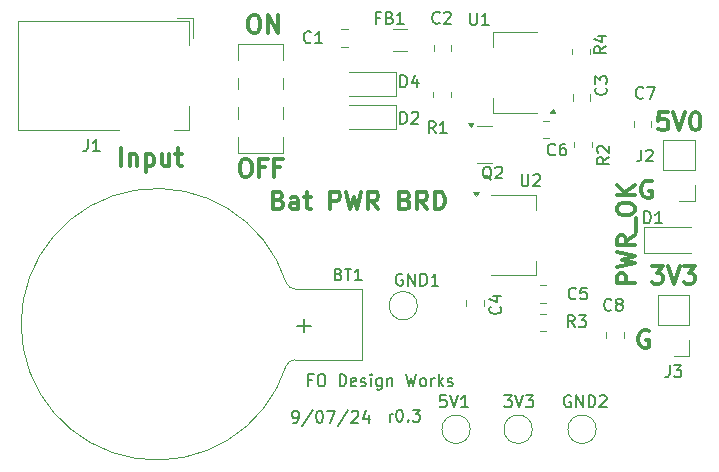
<source format=gbr>
%TF.GenerationSoftware,KiCad,Pcbnew,7.0.11-7.0.11~ubuntu22.04.1*%
%TF.CreationDate,2024-09-07T09:13:54-07:00*%
%TF.ProjectId,battery_pwr_brd_r3,62617474-6572-4795-9f70-77725f627264,rev?*%
%TF.SameCoordinates,Original*%
%TF.FileFunction,Legend,Top*%
%TF.FilePolarity,Positive*%
%FSLAX46Y46*%
G04 Gerber Fmt 4.6, Leading zero omitted, Abs format (unit mm)*
G04 Created by KiCad (PCBNEW 7.0.11-7.0.11~ubuntu22.04.1) date 2024-09-07 09:13:54*
%MOMM*%
%LPD*%
G01*
G04 APERTURE LIST*
%ADD10C,0.300000*%
%ADD11C,0.150000*%
%ADD12C,0.152400*%
%ADD13C,0.120000*%
G04 APERTURE END LIST*
D10*
X125608328Y-108666789D02*
X124108328Y-108666789D01*
X124108328Y-108666789D02*
X124108328Y-108095360D01*
X124108328Y-108095360D02*
X124179757Y-107952503D01*
X124179757Y-107952503D02*
X124251185Y-107881074D01*
X124251185Y-107881074D02*
X124394042Y-107809646D01*
X124394042Y-107809646D02*
X124608328Y-107809646D01*
X124608328Y-107809646D02*
X124751185Y-107881074D01*
X124751185Y-107881074D02*
X124822614Y-107952503D01*
X124822614Y-107952503D02*
X124894042Y-108095360D01*
X124894042Y-108095360D02*
X124894042Y-108666789D01*
X124108328Y-107309646D02*
X125608328Y-106952503D01*
X125608328Y-106952503D02*
X124536900Y-106666789D01*
X124536900Y-106666789D02*
X125608328Y-106381074D01*
X125608328Y-106381074D02*
X124108328Y-106023932D01*
X125608328Y-104595360D02*
X124894042Y-105095360D01*
X125608328Y-105452503D02*
X124108328Y-105452503D01*
X124108328Y-105452503D02*
X124108328Y-104881074D01*
X124108328Y-104881074D02*
X124179757Y-104738217D01*
X124179757Y-104738217D02*
X124251185Y-104666788D01*
X124251185Y-104666788D02*
X124394042Y-104595360D01*
X124394042Y-104595360D02*
X124608328Y-104595360D01*
X124608328Y-104595360D02*
X124751185Y-104666788D01*
X124751185Y-104666788D02*
X124822614Y-104738217D01*
X124822614Y-104738217D02*
X124894042Y-104881074D01*
X124894042Y-104881074D02*
X124894042Y-105452503D01*
X125751185Y-104309646D02*
X125751185Y-103166788D01*
X124108328Y-102523931D02*
X124108328Y-102238217D01*
X124108328Y-102238217D02*
X124179757Y-102095360D01*
X124179757Y-102095360D02*
X124322614Y-101952503D01*
X124322614Y-101952503D02*
X124608328Y-101881074D01*
X124608328Y-101881074D02*
X125108328Y-101881074D01*
X125108328Y-101881074D02*
X125394042Y-101952503D01*
X125394042Y-101952503D02*
X125536900Y-102095360D01*
X125536900Y-102095360D02*
X125608328Y-102238217D01*
X125608328Y-102238217D02*
X125608328Y-102523931D01*
X125608328Y-102523931D02*
X125536900Y-102666789D01*
X125536900Y-102666789D02*
X125394042Y-102809646D01*
X125394042Y-102809646D02*
X125108328Y-102881074D01*
X125108328Y-102881074D02*
X124608328Y-102881074D01*
X124608328Y-102881074D02*
X124322614Y-102809646D01*
X124322614Y-102809646D02*
X124179757Y-102666789D01*
X124179757Y-102666789D02*
X124108328Y-102523931D01*
X125608328Y-101238217D02*
X124108328Y-101238217D01*
X125608328Y-100381074D02*
X124751185Y-101023931D01*
X124108328Y-100381074D02*
X124965471Y-101238217D01*
D11*
X98292212Y-116852309D02*
X97958879Y-116852309D01*
X97958879Y-117376119D02*
X97958879Y-116376119D01*
X97958879Y-116376119D02*
X98435069Y-116376119D01*
X99006498Y-116376119D02*
X99196974Y-116376119D01*
X99196974Y-116376119D02*
X99292212Y-116423738D01*
X99292212Y-116423738D02*
X99387450Y-116518976D01*
X99387450Y-116518976D02*
X99435069Y-116709452D01*
X99435069Y-116709452D02*
X99435069Y-117042785D01*
X99435069Y-117042785D02*
X99387450Y-117233261D01*
X99387450Y-117233261D02*
X99292212Y-117328500D01*
X99292212Y-117328500D02*
X99196974Y-117376119D01*
X99196974Y-117376119D02*
X99006498Y-117376119D01*
X99006498Y-117376119D02*
X98911260Y-117328500D01*
X98911260Y-117328500D02*
X98816022Y-117233261D01*
X98816022Y-117233261D02*
X98768403Y-117042785D01*
X98768403Y-117042785D02*
X98768403Y-116709452D01*
X98768403Y-116709452D02*
X98816022Y-116518976D01*
X98816022Y-116518976D02*
X98911260Y-116423738D01*
X98911260Y-116423738D02*
X99006498Y-116376119D01*
X100625546Y-117376119D02*
X100625546Y-116376119D01*
X100625546Y-116376119D02*
X100863641Y-116376119D01*
X100863641Y-116376119D02*
X101006498Y-116423738D01*
X101006498Y-116423738D02*
X101101736Y-116518976D01*
X101101736Y-116518976D02*
X101149355Y-116614214D01*
X101149355Y-116614214D02*
X101196974Y-116804690D01*
X101196974Y-116804690D02*
X101196974Y-116947547D01*
X101196974Y-116947547D02*
X101149355Y-117138023D01*
X101149355Y-117138023D02*
X101101736Y-117233261D01*
X101101736Y-117233261D02*
X101006498Y-117328500D01*
X101006498Y-117328500D02*
X100863641Y-117376119D01*
X100863641Y-117376119D02*
X100625546Y-117376119D01*
X102006498Y-117328500D02*
X101911260Y-117376119D01*
X101911260Y-117376119D02*
X101720784Y-117376119D01*
X101720784Y-117376119D02*
X101625546Y-117328500D01*
X101625546Y-117328500D02*
X101577927Y-117233261D01*
X101577927Y-117233261D02*
X101577927Y-116852309D01*
X101577927Y-116852309D02*
X101625546Y-116757071D01*
X101625546Y-116757071D02*
X101720784Y-116709452D01*
X101720784Y-116709452D02*
X101911260Y-116709452D01*
X101911260Y-116709452D02*
X102006498Y-116757071D01*
X102006498Y-116757071D02*
X102054117Y-116852309D01*
X102054117Y-116852309D02*
X102054117Y-116947547D01*
X102054117Y-116947547D02*
X101577927Y-117042785D01*
X102435070Y-117328500D02*
X102530308Y-117376119D01*
X102530308Y-117376119D02*
X102720784Y-117376119D01*
X102720784Y-117376119D02*
X102816022Y-117328500D01*
X102816022Y-117328500D02*
X102863641Y-117233261D01*
X102863641Y-117233261D02*
X102863641Y-117185642D01*
X102863641Y-117185642D02*
X102816022Y-117090404D01*
X102816022Y-117090404D02*
X102720784Y-117042785D01*
X102720784Y-117042785D02*
X102577927Y-117042785D01*
X102577927Y-117042785D02*
X102482689Y-116995166D01*
X102482689Y-116995166D02*
X102435070Y-116899928D01*
X102435070Y-116899928D02*
X102435070Y-116852309D01*
X102435070Y-116852309D02*
X102482689Y-116757071D01*
X102482689Y-116757071D02*
X102577927Y-116709452D01*
X102577927Y-116709452D02*
X102720784Y-116709452D01*
X102720784Y-116709452D02*
X102816022Y-116757071D01*
X103292213Y-117376119D02*
X103292213Y-116709452D01*
X103292213Y-116376119D02*
X103244594Y-116423738D01*
X103244594Y-116423738D02*
X103292213Y-116471357D01*
X103292213Y-116471357D02*
X103339832Y-116423738D01*
X103339832Y-116423738D02*
X103292213Y-116376119D01*
X103292213Y-116376119D02*
X103292213Y-116471357D01*
X104196974Y-116709452D02*
X104196974Y-117518976D01*
X104196974Y-117518976D02*
X104149355Y-117614214D01*
X104149355Y-117614214D02*
X104101736Y-117661833D01*
X104101736Y-117661833D02*
X104006498Y-117709452D01*
X104006498Y-117709452D02*
X103863641Y-117709452D01*
X103863641Y-117709452D02*
X103768403Y-117661833D01*
X104196974Y-117328500D02*
X104101736Y-117376119D01*
X104101736Y-117376119D02*
X103911260Y-117376119D01*
X103911260Y-117376119D02*
X103816022Y-117328500D01*
X103816022Y-117328500D02*
X103768403Y-117280880D01*
X103768403Y-117280880D02*
X103720784Y-117185642D01*
X103720784Y-117185642D02*
X103720784Y-116899928D01*
X103720784Y-116899928D02*
X103768403Y-116804690D01*
X103768403Y-116804690D02*
X103816022Y-116757071D01*
X103816022Y-116757071D02*
X103911260Y-116709452D01*
X103911260Y-116709452D02*
X104101736Y-116709452D01*
X104101736Y-116709452D02*
X104196974Y-116757071D01*
X104673165Y-116709452D02*
X104673165Y-117376119D01*
X104673165Y-116804690D02*
X104720784Y-116757071D01*
X104720784Y-116757071D02*
X104816022Y-116709452D01*
X104816022Y-116709452D02*
X104958879Y-116709452D01*
X104958879Y-116709452D02*
X105054117Y-116757071D01*
X105054117Y-116757071D02*
X105101736Y-116852309D01*
X105101736Y-116852309D02*
X105101736Y-117376119D01*
X106244594Y-116376119D02*
X106482689Y-117376119D01*
X106482689Y-117376119D02*
X106673165Y-116661833D01*
X106673165Y-116661833D02*
X106863641Y-117376119D01*
X106863641Y-117376119D02*
X107101737Y-116376119D01*
X107625546Y-117376119D02*
X107530308Y-117328500D01*
X107530308Y-117328500D02*
X107482689Y-117280880D01*
X107482689Y-117280880D02*
X107435070Y-117185642D01*
X107435070Y-117185642D02*
X107435070Y-116899928D01*
X107435070Y-116899928D02*
X107482689Y-116804690D01*
X107482689Y-116804690D02*
X107530308Y-116757071D01*
X107530308Y-116757071D02*
X107625546Y-116709452D01*
X107625546Y-116709452D02*
X107768403Y-116709452D01*
X107768403Y-116709452D02*
X107863641Y-116757071D01*
X107863641Y-116757071D02*
X107911260Y-116804690D01*
X107911260Y-116804690D02*
X107958879Y-116899928D01*
X107958879Y-116899928D02*
X107958879Y-117185642D01*
X107958879Y-117185642D02*
X107911260Y-117280880D01*
X107911260Y-117280880D02*
X107863641Y-117328500D01*
X107863641Y-117328500D02*
X107768403Y-117376119D01*
X107768403Y-117376119D02*
X107625546Y-117376119D01*
X108387451Y-117376119D02*
X108387451Y-116709452D01*
X108387451Y-116899928D02*
X108435070Y-116804690D01*
X108435070Y-116804690D02*
X108482689Y-116757071D01*
X108482689Y-116757071D02*
X108577927Y-116709452D01*
X108577927Y-116709452D02*
X108673165Y-116709452D01*
X109006499Y-117376119D02*
X109006499Y-116376119D01*
X109101737Y-116995166D02*
X109387451Y-117376119D01*
X109387451Y-116709452D02*
X109006499Y-117090404D01*
X109768404Y-117328500D02*
X109863642Y-117376119D01*
X109863642Y-117376119D02*
X110054118Y-117376119D01*
X110054118Y-117376119D02*
X110149356Y-117328500D01*
X110149356Y-117328500D02*
X110196975Y-117233261D01*
X110196975Y-117233261D02*
X110196975Y-117185642D01*
X110196975Y-117185642D02*
X110149356Y-117090404D01*
X110149356Y-117090404D02*
X110054118Y-117042785D01*
X110054118Y-117042785D02*
X109911261Y-117042785D01*
X109911261Y-117042785D02*
X109816023Y-116995166D01*
X109816023Y-116995166D02*
X109768404Y-116899928D01*
X109768404Y-116899928D02*
X109768404Y-116852309D01*
X109768404Y-116852309D02*
X109816023Y-116757071D01*
X109816023Y-116757071D02*
X109911261Y-116709452D01*
X109911261Y-116709452D02*
X110054118Y-116709452D01*
X110054118Y-116709452D02*
X110149356Y-116757071D01*
D10*
X126792125Y-112724357D02*
X126649268Y-112652928D01*
X126649268Y-112652928D02*
X126434982Y-112652928D01*
X126434982Y-112652928D02*
X126220696Y-112724357D01*
X126220696Y-112724357D02*
X126077839Y-112867214D01*
X126077839Y-112867214D02*
X126006410Y-113010071D01*
X126006410Y-113010071D02*
X125934982Y-113295785D01*
X125934982Y-113295785D02*
X125934982Y-113510071D01*
X125934982Y-113510071D02*
X126006410Y-113795785D01*
X126006410Y-113795785D02*
X126077839Y-113938642D01*
X126077839Y-113938642D02*
X126220696Y-114081500D01*
X126220696Y-114081500D02*
X126434982Y-114152928D01*
X126434982Y-114152928D02*
X126577839Y-114152928D01*
X126577839Y-114152928D02*
X126792125Y-114081500D01*
X126792125Y-114081500D02*
X126863553Y-114010071D01*
X126863553Y-114010071D02*
X126863553Y-113510071D01*
X126863553Y-113510071D02*
X126577839Y-113510071D01*
X95476610Y-101621414D02*
X95690896Y-101692842D01*
X95690896Y-101692842D02*
X95762325Y-101764271D01*
X95762325Y-101764271D02*
X95833753Y-101907128D01*
X95833753Y-101907128D02*
X95833753Y-102121414D01*
X95833753Y-102121414D02*
X95762325Y-102264271D01*
X95762325Y-102264271D02*
X95690896Y-102335700D01*
X95690896Y-102335700D02*
X95548039Y-102407128D01*
X95548039Y-102407128D02*
X94976610Y-102407128D01*
X94976610Y-102407128D02*
X94976610Y-100907128D01*
X94976610Y-100907128D02*
X95476610Y-100907128D01*
X95476610Y-100907128D02*
X95619468Y-100978557D01*
X95619468Y-100978557D02*
X95690896Y-101049985D01*
X95690896Y-101049985D02*
X95762325Y-101192842D01*
X95762325Y-101192842D02*
X95762325Y-101335700D01*
X95762325Y-101335700D02*
X95690896Y-101478557D01*
X95690896Y-101478557D02*
X95619468Y-101549985D01*
X95619468Y-101549985D02*
X95476610Y-101621414D01*
X95476610Y-101621414D02*
X94976610Y-101621414D01*
X97119468Y-102407128D02*
X97119468Y-101621414D01*
X97119468Y-101621414D02*
X97048039Y-101478557D01*
X97048039Y-101478557D02*
X96905182Y-101407128D01*
X96905182Y-101407128D02*
X96619468Y-101407128D01*
X96619468Y-101407128D02*
X96476610Y-101478557D01*
X97119468Y-102335700D02*
X96976610Y-102407128D01*
X96976610Y-102407128D02*
X96619468Y-102407128D01*
X96619468Y-102407128D02*
X96476610Y-102335700D01*
X96476610Y-102335700D02*
X96405182Y-102192842D01*
X96405182Y-102192842D02*
X96405182Y-102049985D01*
X96405182Y-102049985D02*
X96476610Y-101907128D01*
X96476610Y-101907128D02*
X96619468Y-101835700D01*
X96619468Y-101835700D02*
X96976610Y-101835700D01*
X96976610Y-101835700D02*
X97119468Y-101764271D01*
X97619468Y-101407128D02*
X98190896Y-101407128D01*
X97833753Y-100907128D02*
X97833753Y-102192842D01*
X97833753Y-102192842D02*
X97905182Y-102335700D01*
X97905182Y-102335700D02*
X98048039Y-102407128D01*
X98048039Y-102407128D02*
X98190896Y-102407128D01*
X99833753Y-102407128D02*
X99833753Y-100907128D01*
X99833753Y-100907128D02*
X100405182Y-100907128D01*
X100405182Y-100907128D02*
X100548039Y-100978557D01*
X100548039Y-100978557D02*
X100619468Y-101049985D01*
X100619468Y-101049985D02*
X100690896Y-101192842D01*
X100690896Y-101192842D02*
X100690896Y-101407128D01*
X100690896Y-101407128D02*
X100619468Y-101549985D01*
X100619468Y-101549985D02*
X100548039Y-101621414D01*
X100548039Y-101621414D02*
X100405182Y-101692842D01*
X100405182Y-101692842D02*
X99833753Y-101692842D01*
X101190896Y-100907128D02*
X101548039Y-102407128D01*
X101548039Y-102407128D02*
X101833753Y-101335700D01*
X101833753Y-101335700D02*
X102119468Y-102407128D01*
X102119468Y-102407128D02*
X102476611Y-100907128D01*
X103905182Y-102407128D02*
X103405182Y-101692842D01*
X103048039Y-102407128D02*
X103048039Y-100907128D01*
X103048039Y-100907128D02*
X103619468Y-100907128D01*
X103619468Y-100907128D02*
X103762325Y-100978557D01*
X103762325Y-100978557D02*
X103833754Y-101049985D01*
X103833754Y-101049985D02*
X103905182Y-101192842D01*
X103905182Y-101192842D02*
X103905182Y-101407128D01*
X103905182Y-101407128D02*
X103833754Y-101549985D01*
X103833754Y-101549985D02*
X103762325Y-101621414D01*
X103762325Y-101621414D02*
X103619468Y-101692842D01*
X103619468Y-101692842D02*
X103048039Y-101692842D01*
X106190896Y-101621414D02*
X106405182Y-101692842D01*
X106405182Y-101692842D02*
X106476611Y-101764271D01*
X106476611Y-101764271D02*
X106548039Y-101907128D01*
X106548039Y-101907128D02*
X106548039Y-102121414D01*
X106548039Y-102121414D02*
X106476611Y-102264271D01*
X106476611Y-102264271D02*
X106405182Y-102335700D01*
X106405182Y-102335700D02*
X106262325Y-102407128D01*
X106262325Y-102407128D02*
X105690896Y-102407128D01*
X105690896Y-102407128D02*
X105690896Y-100907128D01*
X105690896Y-100907128D02*
X106190896Y-100907128D01*
X106190896Y-100907128D02*
X106333754Y-100978557D01*
X106333754Y-100978557D02*
X106405182Y-101049985D01*
X106405182Y-101049985D02*
X106476611Y-101192842D01*
X106476611Y-101192842D02*
X106476611Y-101335700D01*
X106476611Y-101335700D02*
X106405182Y-101478557D01*
X106405182Y-101478557D02*
X106333754Y-101549985D01*
X106333754Y-101549985D02*
X106190896Y-101621414D01*
X106190896Y-101621414D02*
X105690896Y-101621414D01*
X108048039Y-102407128D02*
X107548039Y-101692842D01*
X107190896Y-102407128D02*
X107190896Y-100907128D01*
X107190896Y-100907128D02*
X107762325Y-100907128D01*
X107762325Y-100907128D02*
X107905182Y-100978557D01*
X107905182Y-100978557D02*
X107976611Y-101049985D01*
X107976611Y-101049985D02*
X108048039Y-101192842D01*
X108048039Y-101192842D02*
X108048039Y-101407128D01*
X108048039Y-101407128D02*
X107976611Y-101549985D01*
X107976611Y-101549985D02*
X107905182Y-101621414D01*
X107905182Y-101621414D02*
X107762325Y-101692842D01*
X107762325Y-101692842D02*
X107190896Y-101692842D01*
X108690896Y-102407128D02*
X108690896Y-100907128D01*
X108690896Y-100907128D02*
X109048039Y-100907128D01*
X109048039Y-100907128D02*
X109262325Y-100978557D01*
X109262325Y-100978557D02*
X109405182Y-101121414D01*
X109405182Y-101121414D02*
X109476611Y-101264271D01*
X109476611Y-101264271D02*
X109548039Y-101549985D01*
X109548039Y-101549985D02*
X109548039Y-101764271D01*
X109548039Y-101764271D02*
X109476611Y-102049985D01*
X109476611Y-102049985D02*
X109405182Y-102192842D01*
X109405182Y-102192842D02*
X109262325Y-102335700D01*
X109262325Y-102335700D02*
X109048039Y-102407128D01*
X109048039Y-102407128D02*
X108690896Y-102407128D01*
X93269525Y-85954928D02*
X93555239Y-85954928D01*
X93555239Y-85954928D02*
X93698096Y-86026357D01*
X93698096Y-86026357D02*
X93840953Y-86169214D01*
X93840953Y-86169214D02*
X93912382Y-86454928D01*
X93912382Y-86454928D02*
X93912382Y-86954928D01*
X93912382Y-86954928D02*
X93840953Y-87240642D01*
X93840953Y-87240642D02*
X93698096Y-87383500D01*
X93698096Y-87383500D02*
X93555239Y-87454928D01*
X93555239Y-87454928D02*
X93269525Y-87454928D01*
X93269525Y-87454928D02*
X93126668Y-87383500D01*
X93126668Y-87383500D02*
X92983810Y-87240642D01*
X92983810Y-87240642D02*
X92912382Y-86954928D01*
X92912382Y-86954928D02*
X92912382Y-86454928D01*
X92912382Y-86454928D02*
X92983810Y-86169214D01*
X92983810Y-86169214D02*
X93126668Y-86026357D01*
X93126668Y-86026357D02*
X93269525Y-85954928D01*
X94555239Y-87454928D02*
X94555239Y-85954928D01*
X94555239Y-85954928D02*
X95412382Y-87454928D01*
X95412382Y-87454928D02*
X95412382Y-85954928D01*
X127044825Y-100048457D02*
X126901968Y-99977028D01*
X126901968Y-99977028D02*
X126687682Y-99977028D01*
X126687682Y-99977028D02*
X126473396Y-100048457D01*
X126473396Y-100048457D02*
X126330539Y-100191314D01*
X126330539Y-100191314D02*
X126259110Y-100334171D01*
X126259110Y-100334171D02*
X126187682Y-100619885D01*
X126187682Y-100619885D02*
X126187682Y-100834171D01*
X126187682Y-100834171D02*
X126259110Y-101119885D01*
X126259110Y-101119885D02*
X126330539Y-101262742D01*
X126330539Y-101262742D02*
X126473396Y-101405600D01*
X126473396Y-101405600D02*
X126687682Y-101477028D01*
X126687682Y-101477028D02*
X126830539Y-101477028D01*
X126830539Y-101477028D02*
X127044825Y-101405600D01*
X127044825Y-101405600D02*
X127116253Y-101334171D01*
X127116253Y-101334171D02*
X127116253Y-100834171D01*
X127116253Y-100834171D02*
X126830539Y-100834171D01*
X128395796Y-94211228D02*
X127681510Y-94211228D01*
X127681510Y-94211228D02*
X127610082Y-94925514D01*
X127610082Y-94925514D02*
X127681510Y-94854085D01*
X127681510Y-94854085D02*
X127824368Y-94782657D01*
X127824368Y-94782657D02*
X128181510Y-94782657D01*
X128181510Y-94782657D02*
X128324368Y-94854085D01*
X128324368Y-94854085D02*
X128395796Y-94925514D01*
X128395796Y-94925514D02*
X128467225Y-95068371D01*
X128467225Y-95068371D02*
X128467225Y-95425514D01*
X128467225Y-95425514D02*
X128395796Y-95568371D01*
X128395796Y-95568371D02*
X128324368Y-95639800D01*
X128324368Y-95639800D02*
X128181510Y-95711228D01*
X128181510Y-95711228D02*
X127824368Y-95711228D01*
X127824368Y-95711228D02*
X127681510Y-95639800D01*
X127681510Y-95639800D02*
X127610082Y-95568371D01*
X128895796Y-94211228D02*
X129395796Y-95711228D01*
X129395796Y-95711228D02*
X129895796Y-94211228D01*
X130681510Y-94211228D02*
X130824367Y-94211228D01*
X130824367Y-94211228D02*
X130967224Y-94282657D01*
X130967224Y-94282657D02*
X131038653Y-94354085D01*
X131038653Y-94354085D02*
X131110081Y-94496942D01*
X131110081Y-94496942D02*
X131181510Y-94782657D01*
X131181510Y-94782657D02*
X131181510Y-95139800D01*
X131181510Y-95139800D02*
X131110081Y-95425514D01*
X131110081Y-95425514D02*
X131038653Y-95568371D01*
X131038653Y-95568371D02*
X130967224Y-95639800D01*
X130967224Y-95639800D02*
X130824367Y-95711228D01*
X130824367Y-95711228D02*
X130681510Y-95711228D01*
X130681510Y-95711228D02*
X130538653Y-95639800D01*
X130538653Y-95639800D02*
X130467224Y-95568371D01*
X130467224Y-95568371D02*
X130395795Y-95425514D01*
X130395795Y-95425514D02*
X130324367Y-95139800D01*
X130324367Y-95139800D02*
X130324367Y-94782657D01*
X130324367Y-94782657D02*
X130395795Y-94496942D01*
X130395795Y-94496942D02*
X130467224Y-94354085D01*
X130467224Y-94354085D02*
X130538653Y-94282657D01*
X130538653Y-94282657D02*
X130681510Y-94211228D01*
D11*
X104858879Y-120376119D02*
X104858879Y-119709452D01*
X104858879Y-119899928D02*
X104906498Y-119804690D01*
X104906498Y-119804690D02*
X104954117Y-119757071D01*
X104954117Y-119757071D02*
X105049355Y-119709452D01*
X105049355Y-119709452D02*
X105144593Y-119709452D01*
X105668403Y-119376119D02*
X105763641Y-119376119D01*
X105763641Y-119376119D02*
X105858879Y-119423738D01*
X105858879Y-119423738D02*
X105906498Y-119471357D01*
X105906498Y-119471357D02*
X105954117Y-119566595D01*
X105954117Y-119566595D02*
X106001736Y-119757071D01*
X106001736Y-119757071D02*
X106001736Y-119995166D01*
X106001736Y-119995166D02*
X105954117Y-120185642D01*
X105954117Y-120185642D02*
X105906498Y-120280880D01*
X105906498Y-120280880D02*
X105858879Y-120328500D01*
X105858879Y-120328500D02*
X105763641Y-120376119D01*
X105763641Y-120376119D02*
X105668403Y-120376119D01*
X105668403Y-120376119D02*
X105573165Y-120328500D01*
X105573165Y-120328500D02*
X105525546Y-120280880D01*
X105525546Y-120280880D02*
X105477927Y-120185642D01*
X105477927Y-120185642D02*
X105430308Y-119995166D01*
X105430308Y-119995166D02*
X105430308Y-119757071D01*
X105430308Y-119757071D02*
X105477927Y-119566595D01*
X105477927Y-119566595D02*
X105525546Y-119471357D01*
X105525546Y-119471357D02*
X105573165Y-119423738D01*
X105573165Y-119423738D02*
X105668403Y-119376119D01*
X106430308Y-120280880D02*
X106477927Y-120328500D01*
X106477927Y-120328500D02*
X106430308Y-120376119D01*
X106430308Y-120376119D02*
X106382689Y-120328500D01*
X106382689Y-120328500D02*
X106430308Y-120280880D01*
X106430308Y-120280880D02*
X106430308Y-120376119D01*
X106811260Y-119376119D02*
X107430307Y-119376119D01*
X107430307Y-119376119D02*
X107096974Y-119757071D01*
X107096974Y-119757071D02*
X107239831Y-119757071D01*
X107239831Y-119757071D02*
X107335069Y-119804690D01*
X107335069Y-119804690D02*
X107382688Y-119852309D01*
X107382688Y-119852309D02*
X107430307Y-119947547D01*
X107430307Y-119947547D02*
X107430307Y-120185642D01*
X107430307Y-120185642D02*
X107382688Y-120280880D01*
X107382688Y-120280880D02*
X107335069Y-120328500D01*
X107335069Y-120328500D02*
X107239831Y-120376119D01*
X107239831Y-120376119D02*
X106954117Y-120376119D01*
X106954117Y-120376119D02*
X106858879Y-120328500D01*
X106858879Y-120328500D02*
X106811260Y-120280880D01*
D10*
X92534225Y-98148228D02*
X92819939Y-98148228D01*
X92819939Y-98148228D02*
X92962796Y-98219657D01*
X92962796Y-98219657D02*
X93105653Y-98362514D01*
X93105653Y-98362514D02*
X93177082Y-98648228D01*
X93177082Y-98648228D02*
X93177082Y-99148228D01*
X93177082Y-99148228D02*
X93105653Y-99433942D01*
X93105653Y-99433942D02*
X92962796Y-99576800D01*
X92962796Y-99576800D02*
X92819939Y-99648228D01*
X92819939Y-99648228D02*
X92534225Y-99648228D01*
X92534225Y-99648228D02*
X92391368Y-99576800D01*
X92391368Y-99576800D02*
X92248510Y-99433942D01*
X92248510Y-99433942D02*
X92177082Y-99148228D01*
X92177082Y-99148228D02*
X92177082Y-98648228D01*
X92177082Y-98648228D02*
X92248510Y-98362514D01*
X92248510Y-98362514D02*
X92391368Y-98219657D01*
X92391368Y-98219657D02*
X92534225Y-98148228D01*
X94319939Y-98862514D02*
X93819939Y-98862514D01*
X93819939Y-99648228D02*
X93819939Y-98148228D01*
X93819939Y-98148228D02*
X94534225Y-98148228D01*
X95605653Y-98862514D02*
X95105653Y-98862514D01*
X95105653Y-99648228D02*
X95105653Y-98148228D01*
X95105653Y-98148228D02*
X95819939Y-98148228D01*
D12*
X96712648Y-120474035D02*
X96906172Y-120474035D01*
X96906172Y-120474035D02*
X97002934Y-120425655D01*
X97002934Y-120425655D02*
X97051315Y-120377274D01*
X97051315Y-120377274D02*
X97148077Y-120232131D01*
X97148077Y-120232131D02*
X97196458Y-120038607D01*
X97196458Y-120038607D02*
X97196458Y-119651559D01*
X97196458Y-119651559D02*
X97148077Y-119554797D01*
X97148077Y-119554797D02*
X97099696Y-119506416D01*
X97099696Y-119506416D02*
X97002934Y-119458035D01*
X97002934Y-119458035D02*
X96809410Y-119458035D01*
X96809410Y-119458035D02*
X96712648Y-119506416D01*
X96712648Y-119506416D02*
X96664267Y-119554797D01*
X96664267Y-119554797D02*
X96615886Y-119651559D01*
X96615886Y-119651559D02*
X96615886Y-119893464D01*
X96615886Y-119893464D02*
X96664267Y-119990226D01*
X96664267Y-119990226D02*
X96712648Y-120038607D01*
X96712648Y-120038607D02*
X96809410Y-120086988D01*
X96809410Y-120086988D02*
X97002934Y-120086988D01*
X97002934Y-120086988D02*
X97099696Y-120038607D01*
X97099696Y-120038607D02*
X97148077Y-119990226D01*
X97148077Y-119990226D02*
X97196458Y-119893464D01*
X98357601Y-119409655D02*
X97486743Y-120715940D01*
X98889791Y-119458035D02*
X98986553Y-119458035D01*
X98986553Y-119458035D02*
X99083315Y-119506416D01*
X99083315Y-119506416D02*
X99131696Y-119554797D01*
X99131696Y-119554797D02*
X99180077Y-119651559D01*
X99180077Y-119651559D02*
X99228458Y-119845083D01*
X99228458Y-119845083D02*
X99228458Y-120086988D01*
X99228458Y-120086988D02*
X99180077Y-120280512D01*
X99180077Y-120280512D02*
X99131696Y-120377274D01*
X99131696Y-120377274D02*
X99083315Y-120425655D01*
X99083315Y-120425655D02*
X98986553Y-120474035D01*
X98986553Y-120474035D02*
X98889791Y-120474035D01*
X98889791Y-120474035D02*
X98793029Y-120425655D01*
X98793029Y-120425655D02*
X98744648Y-120377274D01*
X98744648Y-120377274D02*
X98696267Y-120280512D01*
X98696267Y-120280512D02*
X98647886Y-120086988D01*
X98647886Y-120086988D02*
X98647886Y-119845083D01*
X98647886Y-119845083D02*
X98696267Y-119651559D01*
X98696267Y-119651559D02*
X98744648Y-119554797D01*
X98744648Y-119554797D02*
X98793029Y-119506416D01*
X98793029Y-119506416D02*
X98889791Y-119458035D01*
X99567124Y-119458035D02*
X100244458Y-119458035D01*
X100244458Y-119458035D02*
X99809029Y-120474035D01*
X101357220Y-119409655D02*
X100486362Y-120715940D01*
X101647505Y-119554797D02*
X101695886Y-119506416D01*
X101695886Y-119506416D02*
X101792648Y-119458035D01*
X101792648Y-119458035D02*
X102034553Y-119458035D01*
X102034553Y-119458035D02*
X102131315Y-119506416D01*
X102131315Y-119506416D02*
X102179696Y-119554797D01*
X102179696Y-119554797D02*
X102228077Y-119651559D01*
X102228077Y-119651559D02*
X102228077Y-119748321D01*
X102228077Y-119748321D02*
X102179696Y-119893464D01*
X102179696Y-119893464D02*
X101599124Y-120474035D01*
X101599124Y-120474035D02*
X102228077Y-120474035D01*
X103098934Y-119796702D02*
X103098934Y-120474035D01*
X102857029Y-119409655D02*
X102615124Y-120135369D01*
X102615124Y-120135369D02*
X103244077Y-120135369D01*
D10*
X82138010Y-98757928D02*
X82138010Y-97257928D01*
X82852296Y-97757928D02*
X82852296Y-98757928D01*
X82852296Y-97900785D02*
X82923725Y-97829357D01*
X82923725Y-97829357D02*
X83066582Y-97757928D01*
X83066582Y-97757928D02*
X83280868Y-97757928D01*
X83280868Y-97757928D02*
X83423725Y-97829357D01*
X83423725Y-97829357D02*
X83495154Y-97972214D01*
X83495154Y-97972214D02*
X83495154Y-98757928D01*
X84209439Y-97757928D02*
X84209439Y-99257928D01*
X84209439Y-97829357D02*
X84352297Y-97757928D01*
X84352297Y-97757928D02*
X84638011Y-97757928D01*
X84638011Y-97757928D02*
X84780868Y-97829357D01*
X84780868Y-97829357D02*
X84852297Y-97900785D01*
X84852297Y-97900785D02*
X84923725Y-98043642D01*
X84923725Y-98043642D02*
X84923725Y-98472214D01*
X84923725Y-98472214D02*
X84852297Y-98615071D01*
X84852297Y-98615071D02*
X84780868Y-98686500D01*
X84780868Y-98686500D02*
X84638011Y-98757928D01*
X84638011Y-98757928D02*
X84352297Y-98757928D01*
X84352297Y-98757928D02*
X84209439Y-98686500D01*
X86209440Y-97757928D02*
X86209440Y-98757928D01*
X85566582Y-97757928D02*
X85566582Y-98543642D01*
X85566582Y-98543642D02*
X85638011Y-98686500D01*
X85638011Y-98686500D02*
X85780868Y-98757928D01*
X85780868Y-98757928D02*
X85995154Y-98757928D01*
X85995154Y-98757928D02*
X86138011Y-98686500D01*
X86138011Y-98686500D02*
X86209440Y-98615071D01*
X86709440Y-97757928D02*
X87280868Y-97757928D01*
X86923725Y-97257928D02*
X86923725Y-98543642D01*
X86923725Y-98543642D02*
X86995154Y-98686500D01*
X86995154Y-98686500D02*
X87138011Y-98757928D01*
X87138011Y-98757928D02*
X87280868Y-98757928D01*
X127056053Y-107216028D02*
X127984625Y-107216028D01*
X127984625Y-107216028D02*
X127484625Y-107787457D01*
X127484625Y-107787457D02*
X127698910Y-107787457D01*
X127698910Y-107787457D02*
X127841768Y-107858885D01*
X127841768Y-107858885D02*
X127913196Y-107930314D01*
X127913196Y-107930314D02*
X127984625Y-108073171D01*
X127984625Y-108073171D02*
X127984625Y-108430314D01*
X127984625Y-108430314D02*
X127913196Y-108573171D01*
X127913196Y-108573171D02*
X127841768Y-108644600D01*
X127841768Y-108644600D02*
X127698910Y-108716028D01*
X127698910Y-108716028D02*
X127270339Y-108716028D01*
X127270339Y-108716028D02*
X127127482Y-108644600D01*
X127127482Y-108644600D02*
X127056053Y-108573171D01*
X128413196Y-107216028D02*
X128913196Y-108716028D01*
X128913196Y-108716028D02*
X129413196Y-107216028D01*
X129770338Y-107216028D02*
X130698910Y-107216028D01*
X130698910Y-107216028D02*
X130198910Y-107787457D01*
X130198910Y-107787457D02*
X130413195Y-107787457D01*
X130413195Y-107787457D02*
X130556053Y-107858885D01*
X130556053Y-107858885D02*
X130627481Y-107930314D01*
X130627481Y-107930314D02*
X130698910Y-108073171D01*
X130698910Y-108073171D02*
X130698910Y-108430314D01*
X130698910Y-108430314D02*
X130627481Y-108573171D01*
X130627481Y-108573171D02*
X130556053Y-108644600D01*
X130556053Y-108644600D02*
X130413195Y-108716028D01*
X130413195Y-108716028D02*
X129984624Y-108716028D01*
X129984624Y-108716028D02*
X129841767Y-108644600D01*
X129841767Y-108644600D02*
X129770338Y-108573171D01*
D11*
X105784005Y-92061119D02*
X105784005Y-91061119D01*
X105784005Y-91061119D02*
X106022100Y-91061119D01*
X106022100Y-91061119D02*
X106164957Y-91108738D01*
X106164957Y-91108738D02*
X106260195Y-91203976D01*
X106260195Y-91203976D02*
X106307814Y-91299214D01*
X106307814Y-91299214D02*
X106355433Y-91489690D01*
X106355433Y-91489690D02*
X106355433Y-91632547D01*
X106355433Y-91632547D02*
X106307814Y-91823023D01*
X106307814Y-91823023D02*
X106260195Y-91918261D01*
X106260195Y-91918261D02*
X106164957Y-92013500D01*
X106164957Y-92013500D02*
X106022100Y-92061119D01*
X106022100Y-92061119D02*
X105784005Y-92061119D01*
X107212576Y-91394452D02*
X107212576Y-92061119D01*
X106974481Y-91013500D02*
X106736386Y-91727785D01*
X106736386Y-91727785D02*
X107355433Y-91727785D01*
X105784005Y-95161119D02*
X105784005Y-94161119D01*
X105784005Y-94161119D02*
X106022100Y-94161119D01*
X106022100Y-94161119D02*
X106164957Y-94208738D01*
X106164957Y-94208738D02*
X106260195Y-94303976D01*
X106260195Y-94303976D02*
X106307814Y-94399214D01*
X106307814Y-94399214D02*
X106355433Y-94589690D01*
X106355433Y-94589690D02*
X106355433Y-94732547D01*
X106355433Y-94732547D02*
X106307814Y-94923023D01*
X106307814Y-94923023D02*
X106260195Y-95018261D01*
X106260195Y-95018261D02*
X106164957Y-95113500D01*
X106164957Y-95113500D02*
X106022100Y-95161119D01*
X106022100Y-95161119D02*
X105784005Y-95161119D01*
X106736386Y-94256357D02*
X106784005Y-94208738D01*
X106784005Y-94208738D02*
X106879243Y-94161119D01*
X106879243Y-94161119D02*
X107117338Y-94161119D01*
X107117338Y-94161119D02*
X107212576Y-94208738D01*
X107212576Y-94208738D02*
X107260195Y-94256357D01*
X107260195Y-94256357D02*
X107307814Y-94351595D01*
X107307814Y-94351595D02*
X107307814Y-94446833D01*
X107307814Y-94446833D02*
X107260195Y-94589690D01*
X107260195Y-94589690D02*
X106688767Y-95161119D01*
X106688767Y-95161119D02*
X107307814Y-95161119D01*
X126413805Y-103573419D02*
X126413805Y-102573419D01*
X126413805Y-102573419D02*
X126651900Y-102573419D01*
X126651900Y-102573419D02*
X126794757Y-102621038D01*
X126794757Y-102621038D02*
X126889995Y-102716276D01*
X126889995Y-102716276D02*
X126937614Y-102811514D01*
X126937614Y-102811514D02*
X126985233Y-103001990D01*
X126985233Y-103001990D02*
X126985233Y-103144847D01*
X126985233Y-103144847D02*
X126937614Y-103335323D01*
X126937614Y-103335323D02*
X126889995Y-103430561D01*
X126889995Y-103430561D02*
X126794757Y-103525800D01*
X126794757Y-103525800D02*
X126651900Y-103573419D01*
X126651900Y-103573419D02*
X126413805Y-103573419D01*
X127937614Y-103573419D02*
X127366186Y-103573419D01*
X127651900Y-103573419D02*
X127651900Y-102573419D01*
X127651900Y-102573419D02*
X127556662Y-102716276D01*
X127556662Y-102716276D02*
X127461424Y-102811514D01*
X127461424Y-102811514D02*
X127366186Y-102859133D01*
X105949904Y-107909638D02*
X105854666Y-107862019D01*
X105854666Y-107862019D02*
X105711809Y-107862019D01*
X105711809Y-107862019D02*
X105568952Y-107909638D01*
X105568952Y-107909638D02*
X105473714Y-108004876D01*
X105473714Y-108004876D02*
X105426095Y-108100114D01*
X105426095Y-108100114D02*
X105378476Y-108290590D01*
X105378476Y-108290590D02*
X105378476Y-108433447D01*
X105378476Y-108433447D02*
X105426095Y-108623923D01*
X105426095Y-108623923D02*
X105473714Y-108719161D01*
X105473714Y-108719161D02*
X105568952Y-108814400D01*
X105568952Y-108814400D02*
X105711809Y-108862019D01*
X105711809Y-108862019D02*
X105807047Y-108862019D01*
X105807047Y-108862019D02*
X105949904Y-108814400D01*
X105949904Y-108814400D02*
X105997523Y-108766780D01*
X105997523Y-108766780D02*
X105997523Y-108433447D01*
X105997523Y-108433447D02*
X105807047Y-108433447D01*
X106426095Y-108862019D02*
X106426095Y-107862019D01*
X106426095Y-107862019D02*
X106997523Y-108862019D01*
X106997523Y-108862019D02*
X106997523Y-107862019D01*
X107473714Y-108862019D02*
X107473714Y-107862019D01*
X107473714Y-107862019D02*
X107711809Y-107862019D01*
X107711809Y-107862019D02*
X107854666Y-107909638D01*
X107854666Y-107909638D02*
X107949904Y-108004876D01*
X107949904Y-108004876D02*
X107997523Y-108100114D01*
X107997523Y-108100114D02*
X108045142Y-108290590D01*
X108045142Y-108290590D02*
X108045142Y-108433447D01*
X108045142Y-108433447D02*
X107997523Y-108623923D01*
X107997523Y-108623923D02*
X107949904Y-108719161D01*
X107949904Y-108719161D02*
X107854666Y-108814400D01*
X107854666Y-108814400D02*
X107711809Y-108862019D01*
X107711809Y-108862019D02*
X107473714Y-108862019D01*
X108997523Y-108862019D02*
X108426095Y-108862019D01*
X108711809Y-108862019D02*
X108711809Y-107862019D01*
X108711809Y-107862019D02*
X108616571Y-108004876D01*
X108616571Y-108004876D02*
X108521333Y-108100114D01*
X108521333Y-108100114D02*
X108426095Y-108147733D01*
X120635733Y-109940180D02*
X120588114Y-109987800D01*
X120588114Y-109987800D02*
X120445257Y-110035419D01*
X120445257Y-110035419D02*
X120350019Y-110035419D01*
X120350019Y-110035419D02*
X120207162Y-109987800D01*
X120207162Y-109987800D02*
X120111924Y-109892561D01*
X120111924Y-109892561D02*
X120064305Y-109797323D01*
X120064305Y-109797323D02*
X120016686Y-109606847D01*
X120016686Y-109606847D02*
X120016686Y-109463990D01*
X120016686Y-109463990D02*
X120064305Y-109273514D01*
X120064305Y-109273514D02*
X120111924Y-109178276D01*
X120111924Y-109178276D02*
X120207162Y-109083038D01*
X120207162Y-109083038D02*
X120350019Y-109035419D01*
X120350019Y-109035419D02*
X120445257Y-109035419D01*
X120445257Y-109035419D02*
X120588114Y-109083038D01*
X120588114Y-109083038D02*
X120635733Y-109130657D01*
X121540495Y-109035419D02*
X121064305Y-109035419D01*
X121064305Y-109035419D02*
X121016686Y-109511609D01*
X121016686Y-109511609D02*
X121064305Y-109463990D01*
X121064305Y-109463990D02*
X121159543Y-109416371D01*
X121159543Y-109416371D02*
X121397638Y-109416371D01*
X121397638Y-109416371D02*
X121492876Y-109463990D01*
X121492876Y-109463990D02*
X121540495Y-109511609D01*
X121540495Y-109511609D02*
X121588114Y-109606847D01*
X121588114Y-109606847D02*
X121588114Y-109844942D01*
X121588114Y-109844942D02*
X121540495Y-109940180D01*
X121540495Y-109940180D02*
X121492876Y-109987800D01*
X121492876Y-109987800D02*
X121397638Y-110035419D01*
X121397638Y-110035419D02*
X121159543Y-110035419D01*
X121159543Y-110035419D02*
X121064305Y-109987800D01*
X121064305Y-109987800D02*
X121016686Y-109940180D01*
X79312166Y-96481519D02*
X79312166Y-97195804D01*
X79312166Y-97195804D02*
X79264547Y-97338661D01*
X79264547Y-97338661D02*
X79169309Y-97433900D01*
X79169309Y-97433900D02*
X79026452Y-97481519D01*
X79026452Y-97481519D02*
X78931214Y-97481519D01*
X80312166Y-97481519D02*
X79740738Y-97481519D01*
X80026452Y-97481519D02*
X80026452Y-96481519D01*
X80026452Y-96481519D02*
X79931214Y-96624376D01*
X79931214Y-96624376D02*
X79835976Y-96719614D01*
X79835976Y-96719614D02*
X79740738Y-96767233D01*
X126158666Y-97346419D02*
X126158666Y-98060704D01*
X126158666Y-98060704D02*
X126111047Y-98203561D01*
X126111047Y-98203561D02*
X126015809Y-98298800D01*
X126015809Y-98298800D02*
X125872952Y-98346419D01*
X125872952Y-98346419D02*
X125777714Y-98346419D01*
X126587238Y-97441657D02*
X126634857Y-97394038D01*
X126634857Y-97394038D02*
X126730095Y-97346419D01*
X126730095Y-97346419D02*
X126968190Y-97346419D01*
X126968190Y-97346419D02*
X127063428Y-97394038D01*
X127063428Y-97394038D02*
X127111047Y-97441657D01*
X127111047Y-97441657D02*
X127158666Y-97536895D01*
X127158666Y-97536895D02*
X127158666Y-97632133D01*
X127158666Y-97632133D02*
X127111047Y-97774990D01*
X127111047Y-97774990D02*
X126539619Y-98346419D01*
X126539619Y-98346419D02*
X127158666Y-98346419D01*
X123169880Y-92115966D02*
X123217500Y-92163585D01*
X123217500Y-92163585D02*
X123265119Y-92306442D01*
X123265119Y-92306442D02*
X123265119Y-92401680D01*
X123265119Y-92401680D02*
X123217500Y-92544537D01*
X123217500Y-92544537D02*
X123122261Y-92639775D01*
X123122261Y-92639775D02*
X123027023Y-92687394D01*
X123027023Y-92687394D02*
X122836547Y-92735013D01*
X122836547Y-92735013D02*
X122693690Y-92735013D01*
X122693690Y-92735013D02*
X122503214Y-92687394D01*
X122503214Y-92687394D02*
X122407976Y-92639775D01*
X122407976Y-92639775D02*
X122312738Y-92544537D01*
X122312738Y-92544537D02*
X122265119Y-92401680D01*
X122265119Y-92401680D02*
X122265119Y-92306442D01*
X122265119Y-92306442D02*
X122312738Y-92163585D01*
X122312738Y-92163585D02*
X122360357Y-92115966D01*
X122265119Y-91782632D02*
X122265119Y-91163585D01*
X122265119Y-91163585D02*
X122646071Y-91496918D01*
X122646071Y-91496918D02*
X122646071Y-91354061D01*
X122646071Y-91354061D02*
X122693690Y-91258823D01*
X122693690Y-91258823D02*
X122741309Y-91211204D01*
X122741309Y-91211204D02*
X122836547Y-91163585D01*
X122836547Y-91163585D02*
X123074642Y-91163585D01*
X123074642Y-91163585D02*
X123169880Y-91211204D01*
X123169880Y-91211204D02*
X123217500Y-91258823D01*
X123217500Y-91258823D02*
X123265119Y-91354061D01*
X123265119Y-91354061D02*
X123265119Y-91639775D01*
X123265119Y-91639775D02*
X123217500Y-91735013D01*
X123217500Y-91735013D02*
X123169880Y-91782632D01*
X114221030Y-110643216D02*
X114268650Y-110690835D01*
X114268650Y-110690835D02*
X114316269Y-110833692D01*
X114316269Y-110833692D02*
X114316269Y-110928930D01*
X114316269Y-110928930D02*
X114268650Y-111071787D01*
X114268650Y-111071787D02*
X114173411Y-111167025D01*
X114173411Y-111167025D02*
X114078173Y-111214644D01*
X114078173Y-111214644D02*
X113887697Y-111262263D01*
X113887697Y-111262263D02*
X113744840Y-111262263D01*
X113744840Y-111262263D02*
X113554364Y-111214644D01*
X113554364Y-111214644D02*
X113459126Y-111167025D01*
X113459126Y-111167025D02*
X113363888Y-111071787D01*
X113363888Y-111071787D02*
X113316269Y-110928930D01*
X113316269Y-110928930D02*
X113316269Y-110833692D01*
X113316269Y-110833692D02*
X113363888Y-110690835D01*
X113363888Y-110690835D02*
X113411507Y-110643216D01*
X113649602Y-109786073D02*
X114316269Y-109786073D01*
X113268650Y-110024168D02*
X113982935Y-110262263D01*
X113982935Y-110262263D02*
X113982935Y-109643216D01*
X114584005Y-118161119D02*
X115203052Y-118161119D01*
X115203052Y-118161119D02*
X114869719Y-118542071D01*
X114869719Y-118542071D02*
X115012576Y-118542071D01*
X115012576Y-118542071D02*
X115107814Y-118589690D01*
X115107814Y-118589690D02*
X115155433Y-118637309D01*
X115155433Y-118637309D02*
X115203052Y-118732547D01*
X115203052Y-118732547D02*
X115203052Y-118970642D01*
X115203052Y-118970642D02*
X115155433Y-119065880D01*
X115155433Y-119065880D02*
X115107814Y-119113500D01*
X115107814Y-119113500D02*
X115012576Y-119161119D01*
X115012576Y-119161119D02*
X114726862Y-119161119D01*
X114726862Y-119161119D02*
X114631624Y-119113500D01*
X114631624Y-119113500D02*
X114584005Y-119065880D01*
X115488767Y-118161119D02*
X115822100Y-119161119D01*
X115822100Y-119161119D02*
X116155433Y-118161119D01*
X116393529Y-118161119D02*
X117012576Y-118161119D01*
X117012576Y-118161119D02*
X116679243Y-118542071D01*
X116679243Y-118542071D02*
X116822100Y-118542071D01*
X116822100Y-118542071D02*
X116917338Y-118589690D01*
X116917338Y-118589690D02*
X116964957Y-118637309D01*
X116964957Y-118637309D02*
X117012576Y-118732547D01*
X117012576Y-118732547D02*
X117012576Y-118970642D01*
X117012576Y-118970642D02*
X116964957Y-119065880D01*
X116964957Y-119065880D02*
X116917338Y-119113500D01*
X116917338Y-119113500D02*
X116822100Y-119161119D01*
X116822100Y-119161119D02*
X116536386Y-119161119D01*
X116536386Y-119161119D02*
X116441148Y-119113500D01*
X116441148Y-119113500D02*
X116393529Y-119065880D01*
X98207533Y-88243580D02*
X98159914Y-88291200D01*
X98159914Y-88291200D02*
X98017057Y-88338819D01*
X98017057Y-88338819D02*
X97921819Y-88338819D01*
X97921819Y-88338819D02*
X97778962Y-88291200D01*
X97778962Y-88291200D02*
X97683724Y-88195961D01*
X97683724Y-88195961D02*
X97636105Y-88100723D01*
X97636105Y-88100723D02*
X97588486Y-87910247D01*
X97588486Y-87910247D02*
X97588486Y-87767390D01*
X97588486Y-87767390D02*
X97636105Y-87576914D01*
X97636105Y-87576914D02*
X97683724Y-87481676D01*
X97683724Y-87481676D02*
X97778962Y-87386438D01*
X97778962Y-87386438D02*
X97921819Y-87338819D01*
X97921819Y-87338819D02*
X98017057Y-87338819D01*
X98017057Y-87338819D02*
X98159914Y-87386438D01*
X98159914Y-87386438D02*
X98207533Y-87434057D01*
X99159914Y-88338819D02*
X98588486Y-88338819D01*
X98874200Y-88338819D02*
X98874200Y-87338819D01*
X98874200Y-87338819D02*
X98778962Y-87481676D01*
X98778962Y-87481676D02*
X98683724Y-87576914D01*
X98683724Y-87576914D02*
X98588486Y-87624533D01*
X123632933Y-110900380D02*
X123585314Y-110948000D01*
X123585314Y-110948000D02*
X123442457Y-110995619D01*
X123442457Y-110995619D02*
X123347219Y-110995619D01*
X123347219Y-110995619D02*
X123204362Y-110948000D01*
X123204362Y-110948000D02*
X123109124Y-110852761D01*
X123109124Y-110852761D02*
X123061505Y-110757523D01*
X123061505Y-110757523D02*
X123013886Y-110567047D01*
X123013886Y-110567047D02*
X123013886Y-110424190D01*
X123013886Y-110424190D02*
X123061505Y-110233714D01*
X123061505Y-110233714D02*
X123109124Y-110138476D01*
X123109124Y-110138476D02*
X123204362Y-110043238D01*
X123204362Y-110043238D02*
X123347219Y-109995619D01*
X123347219Y-109995619D02*
X123442457Y-109995619D01*
X123442457Y-109995619D02*
X123585314Y-110043238D01*
X123585314Y-110043238D02*
X123632933Y-110090857D01*
X124204362Y-110424190D02*
X124109124Y-110376571D01*
X124109124Y-110376571D02*
X124061505Y-110328952D01*
X124061505Y-110328952D02*
X124013886Y-110233714D01*
X124013886Y-110233714D02*
X124013886Y-110186095D01*
X124013886Y-110186095D02*
X124061505Y-110090857D01*
X124061505Y-110090857D02*
X124109124Y-110043238D01*
X124109124Y-110043238D02*
X124204362Y-109995619D01*
X124204362Y-109995619D02*
X124394838Y-109995619D01*
X124394838Y-109995619D02*
X124490076Y-110043238D01*
X124490076Y-110043238D02*
X124537695Y-110090857D01*
X124537695Y-110090857D02*
X124585314Y-110186095D01*
X124585314Y-110186095D02*
X124585314Y-110233714D01*
X124585314Y-110233714D02*
X124537695Y-110328952D01*
X124537695Y-110328952D02*
X124490076Y-110376571D01*
X124490076Y-110376571D02*
X124394838Y-110424190D01*
X124394838Y-110424190D02*
X124204362Y-110424190D01*
X124204362Y-110424190D02*
X124109124Y-110471809D01*
X124109124Y-110471809D02*
X124061505Y-110519428D01*
X124061505Y-110519428D02*
X124013886Y-110614666D01*
X124013886Y-110614666D02*
X124013886Y-110805142D01*
X124013886Y-110805142D02*
X124061505Y-110900380D01*
X124061505Y-110900380D02*
X124109124Y-110948000D01*
X124109124Y-110948000D02*
X124204362Y-110995619D01*
X124204362Y-110995619D02*
X124394838Y-110995619D01*
X124394838Y-110995619D02*
X124490076Y-110948000D01*
X124490076Y-110948000D02*
X124537695Y-110900380D01*
X124537695Y-110900380D02*
X124585314Y-110805142D01*
X124585314Y-110805142D02*
X124585314Y-110614666D01*
X124585314Y-110614666D02*
X124537695Y-110519428D01*
X124537695Y-110519428D02*
X124490076Y-110471809D01*
X124490076Y-110471809D02*
X124394838Y-110424190D01*
X113492261Y-99888157D02*
X113397023Y-99840538D01*
X113397023Y-99840538D02*
X113301785Y-99745300D01*
X113301785Y-99745300D02*
X113158928Y-99602442D01*
X113158928Y-99602442D02*
X113063690Y-99554823D01*
X113063690Y-99554823D02*
X112968452Y-99554823D01*
X113016071Y-99792919D02*
X112920833Y-99745300D01*
X112920833Y-99745300D02*
X112825595Y-99650061D01*
X112825595Y-99650061D02*
X112777976Y-99459585D01*
X112777976Y-99459585D02*
X112777976Y-99126252D01*
X112777976Y-99126252D02*
X112825595Y-98935776D01*
X112825595Y-98935776D02*
X112920833Y-98840538D01*
X112920833Y-98840538D02*
X113016071Y-98792919D01*
X113016071Y-98792919D02*
X113206547Y-98792919D01*
X113206547Y-98792919D02*
X113301785Y-98840538D01*
X113301785Y-98840538D02*
X113397023Y-98935776D01*
X113397023Y-98935776D02*
X113444642Y-99126252D01*
X113444642Y-99126252D02*
X113444642Y-99459585D01*
X113444642Y-99459585D02*
X113397023Y-99650061D01*
X113397023Y-99650061D02*
X113301785Y-99745300D01*
X113301785Y-99745300D02*
X113206547Y-99792919D01*
X113206547Y-99792919D02*
X113016071Y-99792919D01*
X113825595Y-98888157D02*
X113873214Y-98840538D01*
X113873214Y-98840538D02*
X113968452Y-98792919D01*
X113968452Y-98792919D02*
X114206547Y-98792919D01*
X114206547Y-98792919D02*
X114301785Y-98840538D01*
X114301785Y-98840538D02*
X114349404Y-98888157D01*
X114349404Y-98888157D02*
X114397023Y-98983395D01*
X114397023Y-98983395D02*
X114397023Y-99078633D01*
X114397023Y-99078633D02*
X114349404Y-99221490D01*
X114349404Y-99221490D02*
X113777976Y-99792919D01*
X113777976Y-99792919D02*
X114397023Y-99792919D01*
X123442919Y-97983366D02*
X122966728Y-98316699D01*
X123442919Y-98554794D02*
X122442919Y-98554794D01*
X122442919Y-98554794D02*
X122442919Y-98173842D01*
X122442919Y-98173842D02*
X122490538Y-98078604D01*
X122490538Y-98078604D02*
X122538157Y-98030985D01*
X122538157Y-98030985D02*
X122633395Y-97983366D01*
X122633395Y-97983366D02*
X122776252Y-97983366D01*
X122776252Y-97983366D02*
X122871490Y-98030985D01*
X122871490Y-98030985D02*
X122919109Y-98078604D01*
X122919109Y-98078604D02*
X122966728Y-98173842D01*
X122966728Y-98173842D02*
X122966728Y-98554794D01*
X122538157Y-97602413D02*
X122490538Y-97554794D01*
X122490538Y-97554794D02*
X122442919Y-97459556D01*
X122442919Y-97459556D02*
X122442919Y-97221461D01*
X122442919Y-97221461D02*
X122490538Y-97126223D01*
X122490538Y-97126223D02*
X122538157Y-97078604D01*
X122538157Y-97078604D02*
X122633395Y-97030985D01*
X122633395Y-97030985D02*
X122728633Y-97030985D01*
X122728633Y-97030985D02*
X122871490Y-97078604D01*
X122871490Y-97078604D02*
X123442919Y-97650032D01*
X123442919Y-97650032D02*
X123442919Y-97030985D01*
X108755433Y-95961119D02*
X108422100Y-95484928D01*
X108184005Y-95961119D02*
X108184005Y-94961119D01*
X108184005Y-94961119D02*
X108564957Y-94961119D01*
X108564957Y-94961119D02*
X108660195Y-95008738D01*
X108660195Y-95008738D02*
X108707814Y-95056357D01*
X108707814Y-95056357D02*
X108755433Y-95151595D01*
X108755433Y-95151595D02*
X108755433Y-95294452D01*
X108755433Y-95294452D02*
X108707814Y-95389690D01*
X108707814Y-95389690D02*
X108660195Y-95437309D01*
X108660195Y-95437309D02*
X108564957Y-95484928D01*
X108564957Y-95484928D02*
X108184005Y-95484928D01*
X109707814Y-95961119D02*
X109136386Y-95961119D01*
X109422100Y-95961119D02*
X109422100Y-94961119D01*
X109422100Y-94961119D02*
X109326862Y-95103976D01*
X109326862Y-95103976D02*
X109231624Y-95199214D01*
X109231624Y-95199214D02*
X109136386Y-95246833D01*
X120528683Y-112380469D02*
X120195350Y-111904278D01*
X119957255Y-112380469D02*
X119957255Y-111380469D01*
X119957255Y-111380469D02*
X120338207Y-111380469D01*
X120338207Y-111380469D02*
X120433445Y-111428088D01*
X120433445Y-111428088D02*
X120481064Y-111475707D01*
X120481064Y-111475707D02*
X120528683Y-111570945D01*
X120528683Y-111570945D02*
X120528683Y-111713802D01*
X120528683Y-111713802D02*
X120481064Y-111809040D01*
X120481064Y-111809040D02*
X120433445Y-111856659D01*
X120433445Y-111856659D02*
X120338207Y-111904278D01*
X120338207Y-111904278D02*
X119957255Y-111904278D01*
X120862017Y-111380469D02*
X121481064Y-111380469D01*
X121481064Y-111380469D02*
X121147731Y-111761421D01*
X121147731Y-111761421D02*
X121290588Y-111761421D01*
X121290588Y-111761421D02*
X121385826Y-111809040D01*
X121385826Y-111809040D02*
X121433445Y-111856659D01*
X121433445Y-111856659D02*
X121481064Y-111951897D01*
X121481064Y-111951897D02*
X121481064Y-112189992D01*
X121481064Y-112189992D02*
X121433445Y-112285230D01*
X121433445Y-112285230D02*
X121385826Y-112332850D01*
X121385826Y-112332850D02*
X121290588Y-112380469D01*
X121290588Y-112380469D02*
X121004874Y-112380469D01*
X121004874Y-112380469D02*
X120909636Y-112332850D01*
X120909636Y-112332850D02*
X120862017Y-112285230D01*
X104017866Y-86189409D02*
X103684533Y-86189409D01*
X103684533Y-86713219D02*
X103684533Y-85713219D01*
X103684533Y-85713219D02*
X104160723Y-85713219D01*
X104875009Y-86189409D02*
X105017866Y-86237028D01*
X105017866Y-86237028D02*
X105065485Y-86284647D01*
X105065485Y-86284647D02*
X105113104Y-86379885D01*
X105113104Y-86379885D02*
X105113104Y-86522742D01*
X105113104Y-86522742D02*
X105065485Y-86617980D01*
X105065485Y-86617980D02*
X105017866Y-86665600D01*
X105017866Y-86665600D02*
X104922628Y-86713219D01*
X104922628Y-86713219D02*
X104541676Y-86713219D01*
X104541676Y-86713219D02*
X104541676Y-85713219D01*
X104541676Y-85713219D02*
X104875009Y-85713219D01*
X104875009Y-85713219D02*
X104970247Y-85760838D01*
X104970247Y-85760838D02*
X105017866Y-85808457D01*
X105017866Y-85808457D02*
X105065485Y-85903695D01*
X105065485Y-85903695D02*
X105065485Y-85998933D01*
X105065485Y-85998933D02*
X105017866Y-86094171D01*
X105017866Y-86094171D02*
X104970247Y-86141790D01*
X104970247Y-86141790D02*
X104875009Y-86189409D01*
X104875009Y-86189409D02*
X104541676Y-86189409D01*
X106065485Y-86713219D02*
X105494057Y-86713219D01*
X105779771Y-86713219D02*
X105779771Y-85713219D01*
X105779771Y-85713219D02*
X105684533Y-85856076D01*
X105684533Y-85856076D02*
X105589295Y-85951314D01*
X105589295Y-85951314D02*
X105494057Y-85998933D01*
X120184004Y-118208738D02*
X120088766Y-118161119D01*
X120088766Y-118161119D02*
X119945909Y-118161119D01*
X119945909Y-118161119D02*
X119803052Y-118208738D01*
X119803052Y-118208738D02*
X119707814Y-118303976D01*
X119707814Y-118303976D02*
X119660195Y-118399214D01*
X119660195Y-118399214D02*
X119612576Y-118589690D01*
X119612576Y-118589690D02*
X119612576Y-118732547D01*
X119612576Y-118732547D02*
X119660195Y-118923023D01*
X119660195Y-118923023D02*
X119707814Y-119018261D01*
X119707814Y-119018261D02*
X119803052Y-119113500D01*
X119803052Y-119113500D02*
X119945909Y-119161119D01*
X119945909Y-119161119D02*
X120041147Y-119161119D01*
X120041147Y-119161119D02*
X120184004Y-119113500D01*
X120184004Y-119113500D02*
X120231623Y-119065880D01*
X120231623Y-119065880D02*
X120231623Y-118732547D01*
X120231623Y-118732547D02*
X120041147Y-118732547D01*
X120660195Y-119161119D02*
X120660195Y-118161119D01*
X120660195Y-118161119D02*
X121231623Y-119161119D01*
X121231623Y-119161119D02*
X121231623Y-118161119D01*
X121707814Y-119161119D02*
X121707814Y-118161119D01*
X121707814Y-118161119D02*
X121945909Y-118161119D01*
X121945909Y-118161119D02*
X122088766Y-118208738D01*
X122088766Y-118208738D02*
X122184004Y-118303976D01*
X122184004Y-118303976D02*
X122231623Y-118399214D01*
X122231623Y-118399214D02*
X122279242Y-118589690D01*
X122279242Y-118589690D02*
X122279242Y-118732547D01*
X122279242Y-118732547D02*
X122231623Y-118923023D01*
X122231623Y-118923023D02*
X122184004Y-119018261D01*
X122184004Y-119018261D02*
X122088766Y-119113500D01*
X122088766Y-119113500D02*
X121945909Y-119161119D01*
X121945909Y-119161119D02*
X121707814Y-119161119D01*
X122660195Y-118256357D02*
X122707814Y-118208738D01*
X122707814Y-118208738D02*
X122803052Y-118161119D01*
X122803052Y-118161119D02*
X123041147Y-118161119D01*
X123041147Y-118161119D02*
X123136385Y-118208738D01*
X123136385Y-118208738D02*
X123184004Y-118256357D01*
X123184004Y-118256357D02*
X123231623Y-118351595D01*
X123231623Y-118351595D02*
X123231623Y-118446833D01*
X123231623Y-118446833D02*
X123184004Y-118589690D01*
X123184004Y-118589690D02*
X122612576Y-119161119D01*
X122612576Y-119161119D02*
X123231623Y-119161119D01*
X118883133Y-97743180D02*
X118835514Y-97790800D01*
X118835514Y-97790800D02*
X118692657Y-97838419D01*
X118692657Y-97838419D02*
X118597419Y-97838419D01*
X118597419Y-97838419D02*
X118454562Y-97790800D01*
X118454562Y-97790800D02*
X118359324Y-97695561D01*
X118359324Y-97695561D02*
X118311705Y-97600323D01*
X118311705Y-97600323D02*
X118264086Y-97409847D01*
X118264086Y-97409847D02*
X118264086Y-97266990D01*
X118264086Y-97266990D02*
X118311705Y-97076514D01*
X118311705Y-97076514D02*
X118359324Y-96981276D01*
X118359324Y-96981276D02*
X118454562Y-96886038D01*
X118454562Y-96886038D02*
X118597419Y-96838419D01*
X118597419Y-96838419D02*
X118692657Y-96838419D01*
X118692657Y-96838419D02*
X118835514Y-96886038D01*
X118835514Y-96886038D02*
X118883133Y-96933657D01*
X119740276Y-96838419D02*
X119549800Y-96838419D01*
X119549800Y-96838419D02*
X119454562Y-96886038D01*
X119454562Y-96886038D02*
X119406943Y-96933657D01*
X119406943Y-96933657D02*
X119311705Y-97076514D01*
X119311705Y-97076514D02*
X119264086Y-97266990D01*
X119264086Y-97266990D02*
X119264086Y-97647942D01*
X119264086Y-97647942D02*
X119311705Y-97743180D01*
X119311705Y-97743180D02*
X119359324Y-97790800D01*
X119359324Y-97790800D02*
X119454562Y-97838419D01*
X119454562Y-97838419D02*
X119645038Y-97838419D01*
X119645038Y-97838419D02*
X119740276Y-97790800D01*
X119740276Y-97790800D02*
X119787895Y-97743180D01*
X119787895Y-97743180D02*
X119835514Y-97647942D01*
X119835514Y-97647942D02*
X119835514Y-97409847D01*
X119835514Y-97409847D02*
X119787895Y-97314609D01*
X119787895Y-97314609D02*
X119740276Y-97266990D01*
X119740276Y-97266990D02*
X119645038Y-97219371D01*
X119645038Y-97219371D02*
X119454562Y-97219371D01*
X119454562Y-97219371D02*
X119359324Y-97266990D01*
X119359324Y-97266990D02*
X119311705Y-97314609D01*
X119311705Y-97314609D02*
X119264086Y-97409847D01*
X126326633Y-92943880D02*
X126279014Y-92991500D01*
X126279014Y-92991500D02*
X126136157Y-93039119D01*
X126136157Y-93039119D02*
X126040919Y-93039119D01*
X126040919Y-93039119D02*
X125898062Y-92991500D01*
X125898062Y-92991500D02*
X125802824Y-92896261D01*
X125802824Y-92896261D02*
X125755205Y-92801023D01*
X125755205Y-92801023D02*
X125707586Y-92610547D01*
X125707586Y-92610547D02*
X125707586Y-92467690D01*
X125707586Y-92467690D02*
X125755205Y-92277214D01*
X125755205Y-92277214D02*
X125802824Y-92181976D01*
X125802824Y-92181976D02*
X125898062Y-92086738D01*
X125898062Y-92086738D02*
X126040919Y-92039119D01*
X126040919Y-92039119D02*
X126136157Y-92039119D01*
X126136157Y-92039119D02*
X126279014Y-92086738D01*
X126279014Y-92086738D02*
X126326633Y-92134357D01*
X126659967Y-92039119D02*
X127326633Y-92039119D01*
X127326633Y-92039119D02*
X126898062Y-93039119D01*
X116045945Y-99441169D02*
X116045945Y-100250692D01*
X116045945Y-100250692D02*
X116093564Y-100345930D01*
X116093564Y-100345930D02*
X116141183Y-100393550D01*
X116141183Y-100393550D02*
X116236421Y-100441169D01*
X116236421Y-100441169D02*
X116426897Y-100441169D01*
X116426897Y-100441169D02*
X116522135Y-100393550D01*
X116522135Y-100393550D02*
X116569754Y-100345930D01*
X116569754Y-100345930D02*
X116617373Y-100250692D01*
X116617373Y-100250692D02*
X116617373Y-99441169D01*
X117045945Y-99536407D02*
X117093564Y-99488788D01*
X117093564Y-99488788D02*
X117188802Y-99441169D01*
X117188802Y-99441169D02*
X117426897Y-99441169D01*
X117426897Y-99441169D02*
X117522135Y-99488788D01*
X117522135Y-99488788D02*
X117569754Y-99536407D01*
X117569754Y-99536407D02*
X117617373Y-99631645D01*
X117617373Y-99631645D02*
X117617373Y-99726883D01*
X117617373Y-99726883D02*
X117569754Y-99869740D01*
X117569754Y-99869740D02*
X116998326Y-100441169D01*
X116998326Y-100441169D02*
X117617373Y-100441169D01*
X100534885Y-107906409D02*
X100677742Y-107954028D01*
X100677742Y-107954028D02*
X100725361Y-108001647D01*
X100725361Y-108001647D02*
X100772980Y-108096885D01*
X100772980Y-108096885D02*
X100772980Y-108239742D01*
X100772980Y-108239742D02*
X100725361Y-108334980D01*
X100725361Y-108334980D02*
X100677742Y-108382600D01*
X100677742Y-108382600D02*
X100582504Y-108430219D01*
X100582504Y-108430219D02*
X100201552Y-108430219D01*
X100201552Y-108430219D02*
X100201552Y-107430219D01*
X100201552Y-107430219D02*
X100534885Y-107430219D01*
X100534885Y-107430219D02*
X100630123Y-107477838D01*
X100630123Y-107477838D02*
X100677742Y-107525457D01*
X100677742Y-107525457D02*
X100725361Y-107620695D01*
X100725361Y-107620695D02*
X100725361Y-107715933D01*
X100725361Y-107715933D02*
X100677742Y-107811171D01*
X100677742Y-107811171D02*
X100630123Y-107858790D01*
X100630123Y-107858790D02*
X100534885Y-107906409D01*
X100534885Y-107906409D02*
X100201552Y-107906409D01*
X101058695Y-107430219D02*
X101630123Y-107430219D01*
X101344409Y-108430219D02*
X101344409Y-107430219D01*
X102487266Y-108430219D02*
X101915838Y-108430219D01*
X102201552Y-108430219D02*
X102201552Y-107430219D01*
X102201552Y-107430219D02*
X102106314Y-107573076D01*
X102106314Y-107573076D02*
X102011076Y-107668314D01*
X102011076Y-107668314D02*
X101915838Y-107715933D01*
X97041172Y-112255701D02*
X98184030Y-112255701D01*
X97612601Y-112827129D02*
X97612601Y-111684272D01*
X109643933Y-118161119D02*
X109167743Y-118161119D01*
X109167743Y-118161119D02*
X109120124Y-118637309D01*
X109120124Y-118637309D02*
X109167743Y-118589690D01*
X109167743Y-118589690D02*
X109262981Y-118542071D01*
X109262981Y-118542071D02*
X109501076Y-118542071D01*
X109501076Y-118542071D02*
X109596314Y-118589690D01*
X109596314Y-118589690D02*
X109643933Y-118637309D01*
X109643933Y-118637309D02*
X109691552Y-118732547D01*
X109691552Y-118732547D02*
X109691552Y-118970642D01*
X109691552Y-118970642D02*
X109643933Y-119065880D01*
X109643933Y-119065880D02*
X109596314Y-119113500D01*
X109596314Y-119113500D02*
X109501076Y-119161119D01*
X109501076Y-119161119D02*
X109262981Y-119161119D01*
X109262981Y-119161119D02*
X109167743Y-119113500D01*
X109167743Y-119113500D02*
X109120124Y-119065880D01*
X109977267Y-118161119D02*
X110310600Y-119161119D01*
X110310600Y-119161119D02*
X110643933Y-118161119D01*
X111501076Y-119161119D02*
X110929648Y-119161119D01*
X111215362Y-119161119D02*
X111215362Y-118161119D01*
X111215362Y-118161119D02*
X111120124Y-118303976D01*
X111120124Y-118303976D02*
X111024886Y-118399214D01*
X111024886Y-118399214D02*
X110929648Y-118446833D01*
X123188919Y-88610766D02*
X122712728Y-88944099D01*
X123188919Y-89182194D02*
X122188919Y-89182194D01*
X122188919Y-89182194D02*
X122188919Y-88801242D01*
X122188919Y-88801242D02*
X122236538Y-88706004D01*
X122236538Y-88706004D02*
X122284157Y-88658385D01*
X122284157Y-88658385D02*
X122379395Y-88610766D01*
X122379395Y-88610766D02*
X122522252Y-88610766D01*
X122522252Y-88610766D02*
X122617490Y-88658385D01*
X122617490Y-88658385D02*
X122665109Y-88706004D01*
X122665109Y-88706004D02*
X122712728Y-88801242D01*
X122712728Y-88801242D02*
X122712728Y-89182194D01*
X122522252Y-87753623D02*
X123188919Y-87753623D01*
X122141300Y-87991718D02*
X122855585Y-88229813D01*
X122855585Y-88229813D02*
X122855585Y-87610766D01*
X128571666Y-115614019D02*
X128571666Y-116328304D01*
X128571666Y-116328304D02*
X128524047Y-116471161D01*
X128524047Y-116471161D02*
X128428809Y-116566400D01*
X128428809Y-116566400D02*
X128285952Y-116614019D01*
X128285952Y-116614019D02*
X128190714Y-116614019D01*
X128952619Y-115614019D02*
X129571666Y-115614019D01*
X129571666Y-115614019D02*
X129238333Y-115994971D01*
X129238333Y-115994971D02*
X129381190Y-115994971D01*
X129381190Y-115994971D02*
X129476428Y-116042590D01*
X129476428Y-116042590D02*
X129524047Y-116090209D01*
X129524047Y-116090209D02*
X129571666Y-116185447D01*
X129571666Y-116185447D02*
X129571666Y-116423542D01*
X129571666Y-116423542D02*
X129524047Y-116518780D01*
X129524047Y-116518780D02*
X129476428Y-116566400D01*
X129476428Y-116566400D02*
X129381190Y-116614019D01*
X129381190Y-116614019D02*
X129095476Y-116614019D01*
X129095476Y-116614019D02*
X129000238Y-116566400D01*
X129000238Y-116566400D02*
X128952619Y-116518780D01*
X109104133Y-86592580D02*
X109056514Y-86640200D01*
X109056514Y-86640200D02*
X108913657Y-86687819D01*
X108913657Y-86687819D02*
X108818419Y-86687819D01*
X108818419Y-86687819D02*
X108675562Y-86640200D01*
X108675562Y-86640200D02*
X108580324Y-86544961D01*
X108580324Y-86544961D02*
X108532705Y-86449723D01*
X108532705Y-86449723D02*
X108485086Y-86259247D01*
X108485086Y-86259247D02*
X108485086Y-86116390D01*
X108485086Y-86116390D02*
X108532705Y-85925914D01*
X108532705Y-85925914D02*
X108580324Y-85830676D01*
X108580324Y-85830676D02*
X108675562Y-85735438D01*
X108675562Y-85735438D02*
X108818419Y-85687819D01*
X108818419Y-85687819D02*
X108913657Y-85687819D01*
X108913657Y-85687819D02*
X109056514Y-85735438D01*
X109056514Y-85735438D02*
X109104133Y-85783057D01*
X109485086Y-85783057D02*
X109532705Y-85735438D01*
X109532705Y-85735438D02*
X109627943Y-85687819D01*
X109627943Y-85687819D02*
X109866038Y-85687819D01*
X109866038Y-85687819D02*
X109961276Y-85735438D01*
X109961276Y-85735438D02*
X110008895Y-85783057D01*
X110008895Y-85783057D02*
X110056514Y-85878295D01*
X110056514Y-85878295D02*
X110056514Y-85973533D01*
X110056514Y-85973533D02*
X110008895Y-86116390D01*
X110008895Y-86116390D02*
X109437467Y-86687819D01*
X109437467Y-86687819D02*
X110056514Y-86687819D01*
X111681095Y-85789419D02*
X111681095Y-86598942D01*
X111681095Y-86598942D02*
X111728714Y-86694180D01*
X111728714Y-86694180D02*
X111776333Y-86741800D01*
X111776333Y-86741800D02*
X111871571Y-86789419D01*
X111871571Y-86789419D02*
X112062047Y-86789419D01*
X112062047Y-86789419D02*
X112157285Y-86741800D01*
X112157285Y-86741800D02*
X112204904Y-86694180D01*
X112204904Y-86694180D02*
X112252523Y-86598942D01*
X112252523Y-86598942D02*
X112252523Y-85789419D01*
X113252523Y-86789419D02*
X112681095Y-86789419D01*
X112966809Y-86789419D02*
X112966809Y-85789419D01*
X112966809Y-85789419D02*
X112871571Y-85932276D01*
X112871571Y-85932276D02*
X112776333Y-86027514D01*
X112776333Y-86027514D02*
X112681095Y-86075133D01*
D13*
%TO.C,D4*%
X105432100Y-90806300D02*
X101422100Y-90806300D01*
X105432100Y-92806300D02*
X101422100Y-92806300D01*
X105432100Y-92806300D02*
X105432100Y-90806300D01*
%TO.C,D2*%
X105432100Y-93606300D02*
X101422100Y-93606300D01*
X105432100Y-95606300D02*
X101422100Y-95606300D01*
X105432100Y-95606300D02*
X105432100Y-93606300D01*
%TO.C,D1*%
X126362100Y-103871300D02*
X126362100Y-106141300D01*
X126362100Y-106141300D02*
X130422100Y-106141300D01*
X130422100Y-103871300D02*
X126362100Y-103871300D01*
%TO.C,GND1*%
X107219600Y-110566200D02*
G75*
G03*
X104819600Y-110566200I-1200000J0D01*
G01*
X104819600Y-110566200D02*
G75*
G03*
X107219600Y-110566200I1200000J0D01*
G01*
%TO.C,C5*%
X117587998Y-108852550D02*
X118110502Y-108852550D01*
X117587998Y-110322550D02*
X118110502Y-110322550D01*
%TO.C,J1*%
X88189300Y-86183100D02*
X86889300Y-86183100D01*
X87889300Y-86483100D02*
X87889300Y-88483100D01*
X73389300Y-86483100D02*
X87889300Y-86483100D01*
X88189300Y-87883100D02*
X88189300Y-86183100D01*
X87889300Y-93683100D02*
X87889300Y-95683100D01*
X87889300Y-95683100D02*
X86589300Y-95683100D01*
X81989300Y-95683100D02*
X73389300Y-95683100D01*
X73389300Y-95683100D02*
X73389300Y-86483100D01*
%TO.C,J2*%
X130706500Y-101710800D02*
X129376500Y-101710800D01*
X130706500Y-100380800D02*
X130706500Y-101710800D01*
X130706500Y-99110800D02*
X130706500Y-96510800D01*
X130706500Y-99110800D02*
X128046500Y-99110800D01*
X130706500Y-96510800D02*
X128046500Y-96510800D01*
X128046500Y-99110800D02*
X128046500Y-96510800D01*
%TO.C,SW1*%
X92044600Y-97624800D02*
X95864600Y-97624800D01*
X95864600Y-97624800D02*
X95864600Y-96274800D01*
X92044600Y-96274800D02*
X92044600Y-97624800D01*
X92044600Y-93774800D02*
X92044600Y-94754800D01*
X95864600Y-93774800D02*
X95864600Y-94754800D01*
X92044600Y-91274800D02*
X92044600Y-92254800D01*
X95864600Y-91274800D02*
X95864600Y-92254800D01*
X92044600Y-88404800D02*
X92044600Y-89754800D01*
X92044600Y-88404800D02*
X95864600Y-88404800D01*
X95864600Y-88404800D02*
X95864600Y-89754800D01*
%TO.C,C3*%
X120372200Y-93199852D02*
X120372200Y-92677348D01*
X121842200Y-93199852D02*
X121842200Y-92677348D01*
%TO.C,C4*%
X111348450Y-110610802D02*
X111348450Y-110088298D01*
X112818450Y-110610802D02*
X112818450Y-110088298D01*
%TO.C,3V3*%
X116947800Y-121031000D02*
G75*
G03*
X114547800Y-121031000I-1200000J0D01*
G01*
X114547800Y-121031000D02*
G75*
G03*
X116947800Y-121031000I1200000J0D01*
G01*
%TO.C,C1*%
X100779948Y-87174400D02*
X101302452Y-87174400D01*
X100779948Y-88644400D02*
X101302452Y-88644400D01*
%TO.C,C8*%
X123217000Y-113316652D02*
X123217000Y-112794148D01*
X124687000Y-113316652D02*
X124687000Y-112794148D01*
%TO.C,Q2*%
X112877600Y-95352300D02*
X112227600Y-95352300D01*
X112877600Y-95352300D02*
X113527600Y-95352300D01*
X112877600Y-98472300D02*
X112227600Y-98472300D01*
X112877600Y-98472300D02*
X113527600Y-98472300D01*
X111715100Y-95402300D02*
X111475100Y-95072300D01*
X111955100Y-95072300D01*
X111715100Y-95402300D01*
G36*
X111715100Y-95402300D02*
G01*
X111475100Y-95072300D01*
X111955100Y-95072300D01*
X111715100Y-95402300D01*
G37*
%TO.C,R2*%
X120500500Y-97129364D02*
X120500500Y-96675236D01*
X121970500Y-97129364D02*
X121970500Y-96675236D01*
%TO.C,R1*%
X110031200Y-92457536D02*
X110031200Y-92911664D01*
X108561200Y-92457536D02*
X108561200Y-92911664D01*
%TO.C,R3*%
X117623486Y-111241450D02*
X118077614Y-111241450D01*
X117623486Y-112711450D02*
X118077614Y-112711450D01*
%TO.C,FB1*%
X106316864Y-88971800D02*
X105112736Y-88971800D01*
X106316864Y-87151800D02*
X105112736Y-87151800D01*
%TO.C,GND2*%
X122358000Y-121031000D02*
G75*
G03*
X119958000Y-121031000I-1200000J0D01*
G01*
X119958000Y-121031000D02*
G75*
G03*
X122358000Y-121031000I1200000J0D01*
G01*
%TO.C,C6*%
X117848748Y-94921400D02*
X118371252Y-94921400D01*
X117848748Y-96391400D02*
X118371252Y-96391400D01*
%TO.C,C7*%
X127025100Y-94913848D02*
X127025100Y-95436352D01*
X125555100Y-94913848D02*
X125555100Y-95436352D01*
%TO.C,U2*%
X113459250Y-101185850D02*
X117219250Y-101185850D01*
X113459250Y-108005850D02*
X117219250Y-108005850D01*
X117219250Y-101185850D02*
X117219250Y-102445850D01*
X117219250Y-108005850D02*
X117219250Y-106745850D01*
X112179250Y-101285850D02*
X111939250Y-100955850D01*
X112419250Y-100955850D01*
X112179250Y-101285850D01*
G36*
X112179250Y-101285850D02*
G01*
X111939250Y-100955850D01*
X112419250Y-100955850D01*
X112179250Y-101285850D01*
G37*
%TO.C,BT1*%
X102562601Y-115141001D02*
X96862601Y-115141001D01*
X102562601Y-109141001D02*
X102562601Y-115141001D01*
X102562601Y-109141001D02*
X96862601Y-109141001D01*
X96112601Y-108641001D02*
G75*
G03*
X96862601Y-109141001I750000J312500D01*
G01*
X96862601Y-115141001D02*
G75*
G03*
X96112601Y-115641001I0J-812500D01*
G01*
X73666931Y-112141001D02*
G75*
G03*
X96112600Y-115641001I11495714J-11D01*
G01*
X96112601Y-108641001D02*
G75*
G03*
X73666930Y-112141001I-10949956J-3499989D01*
G01*
%TO.C,5V1*%
X111690000Y-121031000D02*
G75*
G03*
X109290000Y-121031000I-1200000J0D01*
G01*
X109290000Y-121031000D02*
G75*
G03*
X111690000Y-121031000I1200000J0D01*
G01*
%TO.C,R4*%
X121818100Y-88826636D02*
X121818100Y-89280764D01*
X120348100Y-88826636D02*
X120348100Y-89280764D01*
%TO.C,J3*%
X130235000Y-114822200D02*
X128905000Y-114822200D01*
X130235000Y-113492200D02*
X130235000Y-114822200D01*
X130235000Y-112222200D02*
X130235000Y-109622200D01*
X130235000Y-112222200D02*
X127575000Y-112222200D01*
X130235000Y-109622200D02*
X127575000Y-109622200D01*
X127575000Y-112222200D02*
X127575000Y-109622200D01*
%TO.C,C2*%
X110082000Y-88511748D02*
X110082000Y-89034252D01*
X108612000Y-88511748D02*
X108612000Y-89034252D01*
%TO.C,U1*%
X117355900Y-94215000D02*
X113595900Y-94215000D01*
X117355900Y-87395000D02*
X113595900Y-87395000D01*
X113595900Y-94215000D02*
X113595900Y-92955000D01*
X113595900Y-87395000D02*
X113595900Y-88655000D01*
X118898400Y-94255000D02*
X118418400Y-94255000D01*
X118658400Y-93925000D01*
X118898400Y-94255000D01*
G36*
X118898400Y-94255000D02*
G01*
X118418400Y-94255000D01*
X118658400Y-93925000D01*
X118898400Y-94255000D01*
G37*
%TD*%
M02*

</source>
